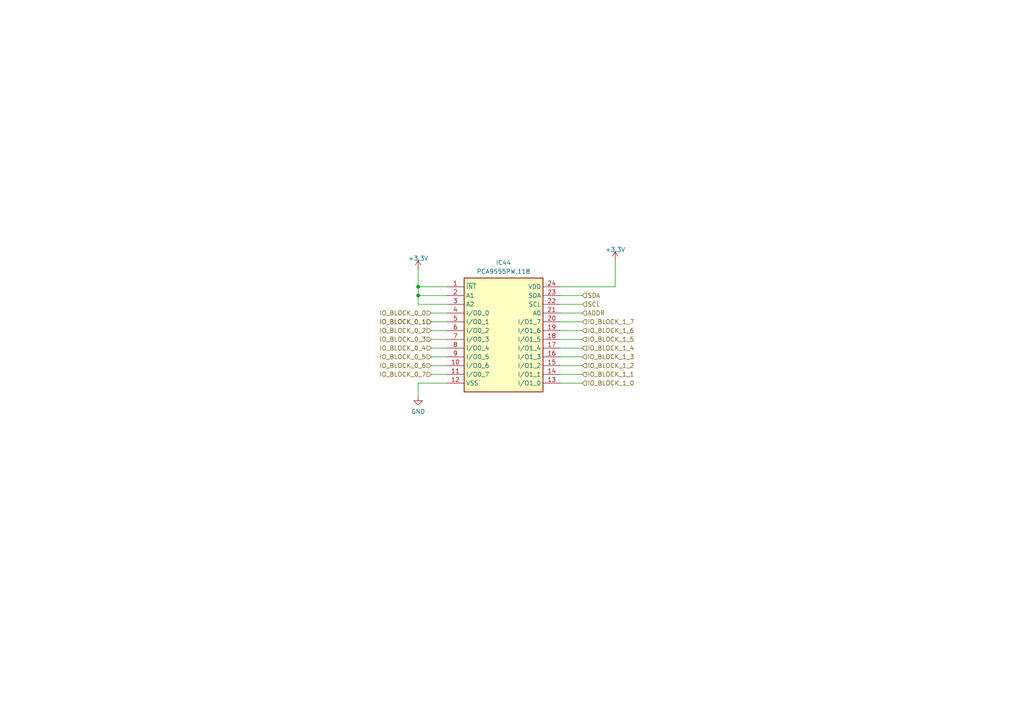
<source format=kicad_sch>
(kicad_sch (version 20230121) (generator eeschema)
  (paper "A4")
  (title_block (date "2023-04-23") (rev "1") (company "UPB - FIIR - Roboți și sisteme de producție") (comment 1 "Alexandru-Ioan Anastasiu"))
  (lib_symbols
    (symbol "PCA9555PW_118:PCA9555PW,118"
      (property "Reference" "IC" (at 29.21 7.62 0))
      (property "Value" "PCA9555PW,118" (at 29.21 5.08 0))
      (symbol "PCA9555PW,118_1_1"
        (rectangle (start 5.08 2.54) (end 27.94 -30.48) (stroke (width 0.254)) (fill (type background)))
        (pin passive line (at 0 0 0) (length 5.08) (name "~{INT}") (number "1"))
        (pin passive line (at 0 -22.86 0) (length 5.08) (name "I/O0_6") (number "10"))
        (pin passive line (at 0 -25.4 0) (length 5.08) (name "I/O0_7") (number "11"))
        (pin passive line (at 0 -27.94 0) (length 5.08) (name "VSS") (number "12"))
        (pin passive line (at 33.02 -27.94 180) (length 5.08) (name "I/O1_0") (number "13"))
        (pin passive line (at 33.02 -25.4 180) (length 5.08) (name "I/O1_1") (number "14"))
        (pin passive line (at 33.02 -22.86 180) (length 5.08) (name "I/O1_2") (number "15"))
        (pin passive line (at 33.02 -20.32 180) (length 5.08) (name "I/O1_3") (number "16"))
        (pin passive line (at 33.02 -17.78 180) (length 5.08) (name "I/O1_4") (number "17"))
        (pin passive line (at 33.02 -15.24 180) (length 5.08) (name "I/O1_5") (number "18"))
        (pin passive line (at 33.02 -12.7 180) (length 5.08) (name "I/O1_6") (number "19"))
        (pin passive line (at 0 -2.54 0) (length 5.08) (name "A1") (number "2"))
        (pin passive line (at 33.02 -10.16 180) (length 5.08) (name "I/O1_7") (number "20"))
        (pin passive line (at 33.02 -7.62 180) (length 5.08) (name "A0") (number "21"))
        (pin passive line (at 33.02 -5.08 180) (length 5.08) (name "SCL") (number "22"))
        (pin passive line (at 33.02 -2.54 180) (length 5.08) (name "SDA") (number "23"))
        (pin passive line (at 33.02 0 180) (length 5.08) (name "VDD") (number "24"))
        (pin passive line (at 0 -5.08 0) (length 5.08) (name "A2") (number "3"))
        (pin passive line (at 0 -7.62 0) (length 5.08) (name "I/O0_0") (number "4"))
        (pin passive line (at 0 -10.16 0) (length 5.08) (name "I/O0_1") (number "5"))
        (pin passive line (at 0 -12.7 0) (length 5.08) (name "I/O0_2") (number "6"))
        (pin passive line (at 0 -15.24 0) (length 5.08) (name "I/O0_3") (number "7"))
        (pin passive line (at 0 -17.78 0) (length 5.08) (name "I/O0_4") (number "8"))
        (pin passive line (at 0 -20.32 0) (length 5.08) (name "I/O0_5") (number "9"))
      )
    )
    (symbol "power:+3.3V" (power) (pin_names (offset 0))
      (property "Value" "+3.3V" (at 0 3.556 0))
      (symbol "+3.3V_0_1"
        (polyline (pts (xy -0.762 1.27) (xy 0 2.54)))
        (polyline (pts (xy 0 0) (xy 0 2.54)))
        (polyline (pts (xy 0 2.54) (xy 0.762 1.27)))
      )
      (symbol "+3.3V_1_1"
        (pin power_in line (at 0 0 90) (length 0) hide (name "+3.3V") (number "1"))
      )
    )
    (symbol "power:GND" (power) (pin_names (offset 0))
      (property "Value" "GND" (at 0 -3.81 0))
      (symbol "GND_0_1"
        (polyline (pts (xy 0 0) (xy 0 -1.27) (xy 1.27 -1.27) (xy 0 -2.54) (xy -1.27 -1.27) (xy 0 -1.27)))
      )
      (symbol "GND_1_1"
        (pin power_in line (at 0 0 270) (length 0) hide (name "GND") (number "1"))
      )
    )
  )
  (junction (at 121.285 83.185))
  (junction (at 121.285 85.725))
  (wire (pts (xy 125.095 93.345) (xy 129.54 93.345)))
  (wire (pts (xy 125.095 95.885) (xy 129.54 95.885)))
  (wire (pts (xy 162.56 88.265) (xy 168.91 88.265)))
  (wire (pts (xy 125.095 90.805) (xy 129.54 90.805)))
  (wire (pts (xy 178.435 83.185) (xy 178.435 75.565)))
  (wire (pts (xy 162.56 106.045) (xy 168.91 106.045)))
  (wire (pts (xy 129.54 111.125) (xy 121.285 111.125)))
  (wire (pts (xy 162.56 90.805) (xy 168.91 90.805)))
  (wire (pts (xy 129.54 85.725) (xy 121.285 85.725)))
  (wire (pts (xy 125.095 98.425) (xy 129.54 98.425)))
  (wire (pts (xy 121.285 111.125) (xy 121.285 114.935)))
  (wire (pts (xy 162.56 100.965) (xy 168.91 100.965)))
  (wire (pts (xy 125.095 108.585) (xy 129.54 108.585)))
  (wire (pts (xy 121.285 85.725) (xy 121.285 83.185)))
  (wire (pts (xy 121.285 83.185) (xy 121.285 78.105)))
  (wire (pts (xy 162.56 103.505) (xy 168.91 103.505)))
  (wire (pts (xy 125.095 100.965) (xy 129.54 100.965)))
  (wire (pts (xy 121.285 83.185) (xy 129.54 83.185)))
  (wire (pts (xy 162.56 111.125) (xy 168.91 111.125)))
  (wire (pts (xy 162.56 83.185) (xy 178.435 83.185)))
  (wire (pts (xy 162.56 93.345) (xy 168.91 93.345)))
  (wire (pts (xy 121.285 88.265) (xy 121.285 85.725)))
  (wire (pts (xy 125.095 103.505) (xy 129.54 103.505)))
  (wire (pts (xy 162.56 95.885) (xy 168.91 95.885)))
  (wire (pts (xy 162.56 108.585) (xy 168.91 108.585)))
  (wire (pts (xy 162.56 98.425) (xy 168.91 98.425)))
  (wire (pts (xy 125.095 106.045) (xy 129.54 106.045)))
  (wire (pts (xy 162.56 85.725) (xy 168.91 85.725)))
  (wire (pts (xy 129.54 88.265) (xy 121.285 88.265)))
  (hierarchical_label "IO_BLOCK_1_2" (shape input) (at 168.91 106.045 0))
  (hierarchical_label "IO_BLOCK_0_1" (shape input) (at 125.095 93.345 180))
  (hierarchical_label "IO_BLOCK_1_5" (shape input) (at 168.91 98.425 0))
  (hierarchical_label "IO_BLOCK_1_1" (shape input) (at 168.91 108.585 0))
  (hierarchical_label "IO_BLOCK_1_7" (shape input) (at 168.91 93.345 0))
  (hierarchical_label "IO_BLOCK_0_6" (shape input) (at 125.095 106.045 180))
  (hierarchical_label "IO_BLOCK_1_3" (shape input) (at 168.91 103.505 0))
  (hierarchical_label "IO_BLOCK_1_4" (shape input) (at 168.91 100.965 0))
  (hierarchical_label "IO_BLOCK_0_7" (shape input) (at 125.095 108.585 180))
  (hierarchical_label "IO_BLOCK_0_3" (shape input) (at 125.095 98.425 180))
  (hierarchical_label "IO_BLOCK_0_2" (shape input) (at 125.095 95.885 180))
  (hierarchical_label "IO_BLOCK_0_4" (shape input) (at 125.095 100.965 180))
  (hierarchical_label "IO_BLOCK_0_1" (shape input) (at 125.095 93.345 180))
  (hierarchical_label "IO_BLOCK_0_5" (shape input) (at 125.095 103.505 180))
  (hierarchical_label "IO_BLOCK_0_0" (shape input) (at 125.095 90.805 180))
  (hierarchical_label "IO_BLOCK_1_0" (shape input) (at 168.91 111.125 0))
  (hierarchical_label "IO_BLOCK_1_6" (shape input) (at 168.91 95.885 0))
  (hierarchical_label "SDA" (shape input) (at 168.91 85.725 0))
  (hierarchical_label "SCL" (shape input) (at 168.91 88.265 0))
  (hierarchical_label "ADDR" (shape input) (at 168.91 90.805 0))
  (symbol (lib_id "PCA9555PW_118:PCA9555PW,118") (at 129.54 83.185 0) (unit 1)
    (property "Reference" "IC44" (at 146.05 76.2 0))
    (property "Value" "PCA9555PW,118" (at 146.05 78.74 0))
    (property "Footprint" "PCA9555PW,118:SOP65P640X110-24N" (effects hide))
    (property "Datasheet" "http://www.nxp.com/docs/en/data-sheet/PCA9555.pdf" (effects hide))
    (property "Height" "1.1" (effects hide))
    (property "Mouser Part Number" "771-PCA9555PW-T" (effects hide))
    (property "Mouser Price/Stock" "https://www.mouser.co.uk/ProductDetail/NXP-Semiconductors/PCA9555PW118?qs=LOCUfHb8d9tg%2FDVhTFcZVQ%3D%3D" (effects hide))
    (property "Manufacturer_Name" "NXP" (effects hide))
    (property "Manufacturer_Part_Number" "PCA9555PW,118" (effects hide))
    (instances (project "PLC-CIM" (path "" (reference "IC44") (unit 1)) (path "" (reference "IC44") (unit 1)) (path "" (reference "IC46") (unit 1))))
  )
  (symbol (lib_id "power:+3.3V") (at 178.435 75.565 0) (unit 1)
    (property "Reference" "#PWR0118" (effects hide))
    (property "Value" "+3.3V" (at 178.435 72.39 0))
    (instances (project "PLC-CIM" (path "" (reference "#PWR0118") (unit 1)) (path "" (reference "#PWR0123") (unit 1))))
  )
  (symbol (lib_id "power:+3.3V") (at 121.285 78.105 0) (unit 1)
    (property "Reference" "#PWR0119" (effects hide))
    (property "Value" "+3.3V" (at 121.285 74.93 0))
    (instances (project "PLC-CIM" (path "" (reference "#PWR0119") (unit 1)) (path "" (reference "#PWR0121") (unit 1))))
  )
  (symbol (lib_id "power:GND") (at 121.285 114.935 0) (unit 1)
    (property "Reference" "#PWR0120" (effects hide))
    (property "Value" "GND" (at 121.285 119.38 0))
    (instances (project "PLC-CIM" (path "" (reference "#PWR0120") (unit 1)) (path "" (reference "#PWR0122") (unit 1))))
  )
)
</source>
